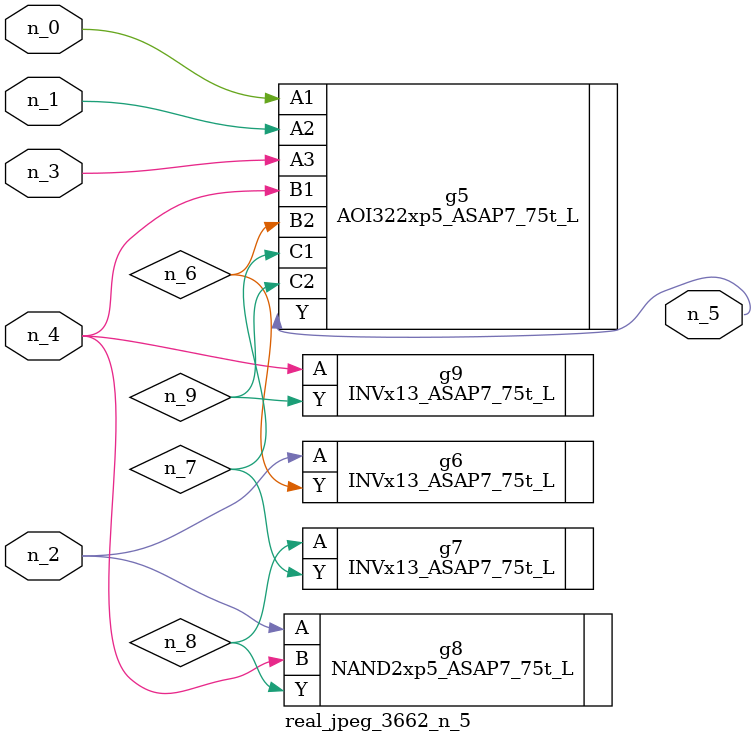
<source format=v>
module real_jpeg_3662_n_5 (n_4, n_0, n_1, n_2, n_3, n_5);

input n_4;
input n_0;
input n_1;
input n_2;
input n_3;

output n_5;

wire n_8;
wire n_6;
wire n_7;
wire n_9;

AOI322xp5_ASAP7_75t_L g5 ( 
.A1(n_0),
.A2(n_1),
.A3(n_3),
.B1(n_4),
.B2(n_6),
.C1(n_7),
.C2(n_9),
.Y(n_5)
);

INVx13_ASAP7_75t_L g6 ( 
.A(n_2),
.Y(n_6)
);

NAND2xp5_ASAP7_75t_L g8 ( 
.A(n_2),
.B(n_4),
.Y(n_8)
);

INVx13_ASAP7_75t_L g9 ( 
.A(n_4),
.Y(n_9)
);

INVx13_ASAP7_75t_L g7 ( 
.A(n_8),
.Y(n_7)
);


endmodule
</source>
